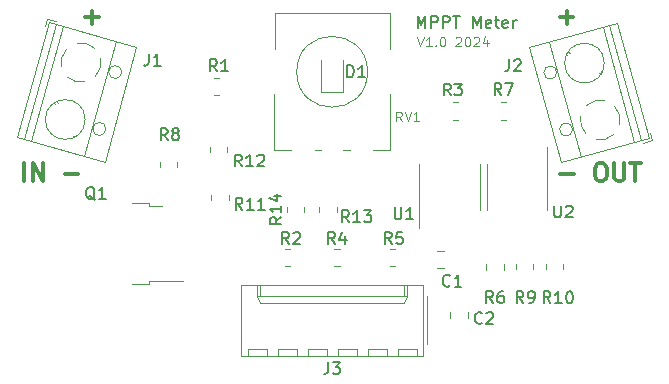
<source format=gbr>
%TF.GenerationSoftware,KiCad,Pcbnew,6.0.11-2627ca5db0~126~ubuntu22.04.1*%
%TF.CreationDate,2024-08-23T15:04:18+02:00*%
%TF.ProjectId,PowerMeTer,506f7765-724d-4655-9465-722e6b696361,rev?*%
%TF.SameCoordinates,Original*%
%TF.FileFunction,Legend,Top*%
%TF.FilePolarity,Positive*%
%FSLAX46Y46*%
G04 Gerber Fmt 4.6, Leading zero omitted, Abs format (unit mm)*
G04 Created by KiCad (PCBNEW 6.0.11-2627ca5db0~126~ubuntu22.04.1) date 2024-08-23 15:04:18*
%MOMM*%
%LPD*%
G01*
G04 APERTURE LIST*
%ADD10C,0.300000*%
%ADD11C,0.100000*%
%ADD12C,0.200000*%
%ADD13C,0.150000*%
%ADD14C,0.120000*%
G04 APERTURE END LIST*
D10*
X73944285Y-51678571D02*
X73944285Y-50178571D01*
X74658571Y-51678571D02*
X74658571Y-50178571D01*
X75515714Y-51678571D01*
X75515714Y-50178571D01*
X77372857Y-51107142D02*
X78515714Y-51107142D01*
D11*
X107202380Y-39461904D02*
X107469047Y-40261904D01*
X107735714Y-39461904D01*
X108421428Y-40261904D02*
X107964285Y-40261904D01*
X108192857Y-40261904D02*
X108192857Y-39461904D01*
X108116666Y-39576190D01*
X108040476Y-39652380D01*
X107964285Y-39690476D01*
X108764285Y-40185714D02*
X108802380Y-40223809D01*
X108764285Y-40261904D01*
X108726190Y-40223809D01*
X108764285Y-40185714D01*
X108764285Y-40261904D01*
X109297619Y-39461904D02*
X109373809Y-39461904D01*
X109450000Y-39500000D01*
X109488095Y-39538095D01*
X109526190Y-39614285D01*
X109564285Y-39766666D01*
X109564285Y-39957142D01*
X109526190Y-40109523D01*
X109488095Y-40185714D01*
X109450000Y-40223809D01*
X109373809Y-40261904D01*
X109297619Y-40261904D01*
X109221428Y-40223809D01*
X109183333Y-40185714D01*
X109145238Y-40109523D01*
X109107142Y-39957142D01*
X109107142Y-39766666D01*
X109145238Y-39614285D01*
X109183333Y-39538095D01*
X109221428Y-39500000D01*
X109297619Y-39461904D01*
X110478571Y-39538095D02*
X110516666Y-39500000D01*
X110592857Y-39461904D01*
X110783333Y-39461904D01*
X110859523Y-39500000D01*
X110897619Y-39538095D01*
X110935714Y-39614285D01*
X110935714Y-39690476D01*
X110897619Y-39804761D01*
X110440476Y-40261904D01*
X110935714Y-40261904D01*
X111430952Y-39461904D02*
X111507142Y-39461904D01*
X111583333Y-39500000D01*
X111621428Y-39538095D01*
X111659523Y-39614285D01*
X111697619Y-39766666D01*
X111697619Y-39957142D01*
X111659523Y-40109523D01*
X111621428Y-40185714D01*
X111583333Y-40223809D01*
X111507142Y-40261904D01*
X111430952Y-40261904D01*
X111354761Y-40223809D01*
X111316666Y-40185714D01*
X111278571Y-40109523D01*
X111240476Y-39957142D01*
X111240476Y-39766666D01*
X111278571Y-39614285D01*
X111316666Y-39538095D01*
X111354761Y-39500000D01*
X111430952Y-39461904D01*
X112002380Y-39538095D02*
X112040476Y-39500000D01*
X112116666Y-39461904D01*
X112307142Y-39461904D01*
X112383333Y-39500000D01*
X112421428Y-39538095D01*
X112459523Y-39614285D01*
X112459523Y-39690476D01*
X112421428Y-39804761D01*
X111964285Y-40261904D01*
X112459523Y-40261904D01*
X113145238Y-39728571D02*
X113145238Y-40261904D01*
X112954761Y-39423809D02*
X112764285Y-39995238D01*
X113259523Y-39995238D01*
D10*
X79108571Y-37807142D02*
X80251428Y-37807142D01*
X79680000Y-38378571D02*
X79680000Y-37235714D01*
D12*
X107230952Y-38702380D02*
X107230952Y-37702380D01*
X107564285Y-38416666D01*
X107897619Y-37702380D01*
X107897619Y-38702380D01*
X108373809Y-38702380D02*
X108373809Y-37702380D01*
X108754761Y-37702380D01*
X108850000Y-37750000D01*
X108897619Y-37797619D01*
X108945238Y-37892857D01*
X108945238Y-38035714D01*
X108897619Y-38130952D01*
X108850000Y-38178571D01*
X108754761Y-38226190D01*
X108373809Y-38226190D01*
X109373809Y-38702380D02*
X109373809Y-37702380D01*
X109754761Y-37702380D01*
X109850000Y-37750000D01*
X109897619Y-37797619D01*
X109945238Y-37892857D01*
X109945238Y-38035714D01*
X109897619Y-38130952D01*
X109850000Y-38178571D01*
X109754761Y-38226190D01*
X109373809Y-38226190D01*
X110230952Y-37702380D02*
X110802380Y-37702380D01*
X110516666Y-38702380D02*
X110516666Y-37702380D01*
X111897619Y-38702380D02*
X111897619Y-37702380D01*
X112230952Y-38416666D01*
X112564285Y-37702380D01*
X112564285Y-38702380D01*
X113421428Y-38654761D02*
X113326190Y-38702380D01*
X113135714Y-38702380D01*
X113040476Y-38654761D01*
X112992857Y-38559523D01*
X112992857Y-38178571D01*
X113040476Y-38083333D01*
X113135714Y-38035714D01*
X113326190Y-38035714D01*
X113421428Y-38083333D01*
X113469047Y-38178571D01*
X113469047Y-38273809D01*
X112992857Y-38369047D01*
X113754761Y-38035714D02*
X114135714Y-38035714D01*
X113897619Y-37702380D02*
X113897619Y-38559523D01*
X113945238Y-38654761D01*
X114040476Y-38702380D01*
X114135714Y-38702380D01*
X114850000Y-38654761D02*
X114754761Y-38702380D01*
X114564285Y-38702380D01*
X114469047Y-38654761D01*
X114421428Y-38559523D01*
X114421428Y-38178571D01*
X114469047Y-38083333D01*
X114564285Y-38035714D01*
X114754761Y-38035714D01*
X114850000Y-38083333D01*
X114897619Y-38178571D01*
X114897619Y-38273809D01*
X114421428Y-38369047D01*
X115326190Y-38702380D02*
X115326190Y-38035714D01*
X115326190Y-38226190D02*
X115373809Y-38130952D01*
X115421428Y-38083333D01*
X115516666Y-38035714D01*
X115611904Y-38035714D01*
D10*
X119324285Y-51107142D02*
X120467142Y-51107142D01*
X122610000Y-50178571D02*
X122895714Y-50178571D01*
X123038571Y-50250000D01*
X123181428Y-50392857D01*
X123252857Y-50678571D01*
X123252857Y-51178571D01*
X123181428Y-51464285D01*
X123038571Y-51607142D01*
X122895714Y-51678571D01*
X122610000Y-51678571D01*
X122467142Y-51607142D01*
X122324285Y-51464285D01*
X122252857Y-51178571D01*
X122252857Y-50678571D01*
X122324285Y-50392857D01*
X122467142Y-50250000D01*
X122610000Y-50178571D01*
X123895714Y-50178571D02*
X123895714Y-51392857D01*
X123967142Y-51535714D01*
X124038571Y-51607142D01*
X124181428Y-51678571D01*
X124467142Y-51678571D01*
X124610000Y-51607142D01*
X124681428Y-51535714D01*
X124752857Y-51392857D01*
X124752857Y-50178571D01*
X125252857Y-50178571D02*
X126110000Y-50178571D01*
X125681428Y-51678571D02*
X125681428Y-50178571D01*
X119288571Y-37807142D02*
X120431428Y-37807142D01*
X119860000Y-38378571D02*
X119860000Y-37235714D01*
D13*
%TO.C,J2*%
X114971900Y-41375310D02*
X114978133Y-42089569D01*
X114931763Y-42232836D01*
X114837359Y-42328901D01*
X114694923Y-42377765D01*
X114599689Y-42378596D01*
X115401286Y-41466805D02*
X115448488Y-41418772D01*
X115543307Y-41370324D01*
X115781393Y-41368246D01*
X115877043Y-41415032D01*
X115925076Y-41462234D01*
X115973524Y-41557053D01*
X115974355Y-41652287D01*
X115927985Y-41795554D01*
X115361564Y-42371948D01*
X115980589Y-42366546D01*
%TO.C,R7*%
X114333333Y-44374380D02*
X114000000Y-43898190D01*
X113761904Y-44374380D02*
X113761904Y-43374380D01*
X114142857Y-43374380D01*
X114238095Y-43422000D01*
X114285714Y-43469619D01*
X114333333Y-43564857D01*
X114333333Y-43707714D01*
X114285714Y-43802952D01*
X114238095Y-43850571D01*
X114142857Y-43898190D01*
X113761904Y-43898190D01*
X114666666Y-43374380D02*
X115333333Y-43374380D01*
X114904761Y-44374380D01*
%TO.C,J3*%
X99666666Y-67002380D02*
X99666666Y-67716666D01*
X99619047Y-67859523D01*
X99523809Y-67954761D01*
X99380952Y-68002380D01*
X99285714Y-68002380D01*
X100047619Y-67002380D02*
X100666666Y-67002380D01*
X100333333Y-67383333D01*
X100476190Y-67383333D01*
X100571428Y-67430952D01*
X100619047Y-67478571D01*
X100666666Y-67573809D01*
X100666666Y-67811904D01*
X100619047Y-67907142D01*
X100571428Y-67954761D01*
X100476190Y-68002380D01*
X100190476Y-68002380D01*
X100095238Y-67954761D01*
X100047619Y-67907142D01*
%TO.C,R2*%
X96333333Y-57002380D02*
X96000000Y-56526190D01*
X95761904Y-57002380D02*
X95761904Y-56002380D01*
X96142857Y-56002380D01*
X96238095Y-56050000D01*
X96285714Y-56097619D01*
X96333333Y-56192857D01*
X96333333Y-56335714D01*
X96285714Y-56430952D01*
X96238095Y-56478571D01*
X96142857Y-56526190D01*
X95761904Y-56526190D01*
X96714285Y-56097619D02*
X96761904Y-56050000D01*
X96857142Y-56002380D01*
X97095238Y-56002380D01*
X97190476Y-56050000D01*
X97238095Y-56097619D01*
X97285714Y-56192857D01*
X97285714Y-56288095D01*
X97238095Y-56430952D01*
X96666666Y-57002380D01*
X97285714Y-57002380D01*
%TO.C,U1*%
X105288095Y-53902380D02*
X105288095Y-54711904D01*
X105335714Y-54807142D01*
X105383333Y-54854761D01*
X105478571Y-54902380D01*
X105669047Y-54902380D01*
X105764285Y-54854761D01*
X105811904Y-54807142D01*
X105859523Y-54711904D01*
X105859523Y-53902380D01*
X106859523Y-54902380D02*
X106288095Y-54902380D01*
X106573809Y-54902380D02*
X106573809Y-53902380D01*
X106478571Y-54045238D01*
X106383333Y-54140476D01*
X106288095Y-54188095D01*
%TO.C,R1*%
X90233333Y-42372380D02*
X89900000Y-41896190D01*
X89661904Y-42372380D02*
X89661904Y-41372380D01*
X90042857Y-41372380D01*
X90138095Y-41420000D01*
X90185714Y-41467619D01*
X90233333Y-41562857D01*
X90233333Y-41705714D01*
X90185714Y-41800952D01*
X90138095Y-41848571D01*
X90042857Y-41896190D01*
X89661904Y-41896190D01*
X91185714Y-42372380D02*
X90614285Y-42372380D01*
X90900000Y-42372380D02*
X90900000Y-41372380D01*
X90804761Y-41515238D01*
X90709523Y-41610476D01*
X90614285Y-41658095D01*
%TO.C,R5*%
X105033333Y-57002380D02*
X104700000Y-56526190D01*
X104461904Y-57002380D02*
X104461904Y-56002380D01*
X104842857Y-56002380D01*
X104938095Y-56050000D01*
X104985714Y-56097619D01*
X105033333Y-56192857D01*
X105033333Y-56335714D01*
X104985714Y-56430952D01*
X104938095Y-56478571D01*
X104842857Y-56526190D01*
X104461904Y-56526190D01*
X105938095Y-56002380D02*
X105461904Y-56002380D01*
X105414285Y-56478571D01*
X105461904Y-56430952D01*
X105557142Y-56383333D01*
X105795238Y-56383333D01*
X105890476Y-56430952D01*
X105938095Y-56478571D01*
X105985714Y-56573809D01*
X105985714Y-56811904D01*
X105938095Y-56907142D01*
X105890476Y-56954761D01*
X105795238Y-57002380D01*
X105557142Y-57002380D01*
X105461904Y-56954761D01*
X105414285Y-56907142D01*
%TO.C,Q1*%
X79914761Y-53277619D02*
X79819523Y-53230000D01*
X79724285Y-53134761D01*
X79581428Y-52991904D01*
X79486190Y-52944285D01*
X79390952Y-52944285D01*
X79438571Y-53182380D02*
X79343333Y-53134761D01*
X79248095Y-53039523D01*
X79200476Y-52849047D01*
X79200476Y-52515714D01*
X79248095Y-52325238D01*
X79343333Y-52230000D01*
X79438571Y-52182380D01*
X79629047Y-52182380D01*
X79724285Y-52230000D01*
X79819523Y-52325238D01*
X79867142Y-52515714D01*
X79867142Y-52849047D01*
X79819523Y-53039523D01*
X79724285Y-53134761D01*
X79629047Y-53182380D01*
X79438571Y-53182380D01*
X80819523Y-53182380D02*
X80248095Y-53182380D01*
X80533809Y-53182380D02*
X80533809Y-52182380D01*
X80438571Y-52325238D01*
X80343333Y-52420476D01*
X80248095Y-52468095D01*
%TO.C,D1*%
X101261904Y-42870380D02*
X101261904Y-41870380D01*
X101500000Y-41870380D01*
X101642857Y-41918000D01*
X101738095Y-42013238D01*
X101785714Y-42108476D01*
X101833333Y-42298952D01*
X101833333Y-42441809D01*
X101785714Y-42632285D01*
X101738095Y-42727523D01*
X101642857Y-42822761D01*
X101500000Y-42870380D01*
X101261904Y-42870380D01*
X102785714Y-42870380D02*
X102214285Y-42870380D01*
X102500000Y-42870380D02*
X102500000Y-41870380D01*
X102404761Y-42013238D01*
X102309523Y-42108476D01*
X102214285Y-42156095D01*
%TO.C,C2*%
X112683333Y-63657142D02*
X112635714Y-63704761D01*
X112492857Y-63752380D01*
X112397619Y-63752380D01*
X112254761Y-63704761D01*
X112159523Y-63609523D01*
X112111904Y-63514285D01*
X112064285Y-63323809D01*
X112064285Y-63180952D01*
X112111904Y-62990476D01*
X112159523Y-62895238D01*
X112254761Y-62800000D01*
X112397619Y-62752380D01*
X112492857Y-62752380D01*
X112635714Y-62800000D01*
X112683333Y-62847619D01*
X113064285Y-62847619D02*
X113111904Y-62800000D01*
X113207142Y-62752380D01*
X113445238Y-62752380D01*
X113540476Y-62800000D01*
X113588095Y-62847619D01*
X113635714Y-62942857D01*
X113635714Y-63038095D01*
X113588095Y-63180952D01*
X113016666Y-63752380D01*
X113635714Y-63752380D01*
%TO.C,R13*%
X101417142Y-55152380D02*
X101083809Y-54676190D01*
X100845714Y-55152380D02*
X100845714Y-54152380D01*
X101226666Y-54152380D01*
X101321904Y-54200000D01*
X101369523Y-54247619D01*
X101417142Y-54342857D01*
X101417142Y-54485714D01*
X101369523Y-54580952D01*
X101321904Y-54628571D01*
X101226666Y-54676190D01*
X100845714Y-54676190D01*
X102369523Y-55152380D02*
X101798095Y-55152380D01*
X102083809Y-55152380D02*
X102083809Y-54152380D01*
X101988571Y-54295238D01*
X101893333Y-54390476D01*
X101798095Y-54438095D01*
X102702857Y-54152380D02*
X103321904Y-54152380D01*
X102988571Y-54533333D01*
X103131428Y-54533333D01*
X103226666Y-54580952D01*
X103274285Y-54628571D01*
X103321904Y-54723809D01*
X103321904Y-54961904D01*
X103274285Y-55057142D01*
X103226666Y-55104761D01*
X103131428Y-55152380D01*
X102845714Y-55152380D01*
X102750476Y-55104761D01*
X102702857Y-55057142D01*
%TO.C,U2*%
X118788095Y-53752380D02*
X118788095Y-54561904D01*
X118835714Y-54657142D01*
X118883333Y-54704761D01*
X118978571Y-54752380D01*
X119169047Y-54752380D01*
X119264285Y-54704761D01*
X119311904Y-54657142D01*
X119359523Y-54561904D01*
X119359523Y-53752380D01*
X119788095Y-53847619D02*
X119835714Y-53800000D01*
X119930952Y-53752380D01*
X120169047Y-53752380D01*
X120264285Y-53800000D01*
X120311904Y-53847619D01*
X120359523Y-53942857D01*
X120359523Y-54038095D01*
X120311904Y-54180952D01*
X119740476Y-54752380D01*
X120359523Y-54752380D01*
%TO.C,R6*%
X113613333Y-61982380D02*
X113280000Y-61506190D01*
X113041904Y-61982380D02*
X113041904Y-60982380D01*
X113422857Y-60982380D01*
X113518095Y-61030000D01*
X113565714Y-61077619D01*
X113613333Y-61172857D01*
X113613333Y-61315714D01*
X113565714Y-61410952D01*
X113518095Y-61458571D01*
X113422857Y-61506190D01*
X113041904Y-61506190D01*
X114470476Y-60982380D02*
X114280000Y-60982380D01*
X114184761Y-61030000D01*
X114137142Y-61077619D01*
X114041904Y-61220476D01*
X113994285Y-61410952D01*
X113994285Y-61791904D01*
X114041904Y-61887142D01*
X114089523Y-61934761D01*
X114184761Y-61982380D01*
X114375238Y-61982380D01*
X114470476Y-61934761D01*
X114518095Y-61887142D01*
X114565714Y-61791904D01*
X114565714Y-61553809D01*
X114518095Y-61458571D01*
X114470476Y-61410952D01*
X114375238Y-61363333D01*
X114184761Y-61363333D01*
X114089523Y-61410952D01*
X114041904Y-61458571D01*
X113994285Y-61553809D01*
%TO.C,R3*%
X110023333Y-44424380D02*
X109690000Y-43948190D01*
X109451904Y-44424380D02*
X109451904Y-43424380D01*
X109832857Y-43424380D01*
X109928095Y-43472000D01*
X109975714Y-43519619D01*
X110023333Y-43614857D01*
X110023333Y-43757714D01*
X109975714Y-43852952D01*
X109928095Y-43900571D01*
X109832857Y-43948190D01*
X109451904Y-43948190D01*
X110356666Y-43424380D02*
X110975714Y-43424380D01*
X110642380Y-43805333D01*
X110785238Y-43805333D01*
X110880476Y-43852952D01*
X110928095Y-43900571D01*
X110975714Y-43995809D01*
X110975714Y-44233904D01*
X110928095Y-44329142D01*
X110880476Y-44376761D01*
X110785238Y-44424380D01*
X110499523Y-44424380D01*
X110404285Y-44376761D01*
X110356666Y-44329142D01*
%TO.C,R4*%
X100233333Y-57002380D02*
X99900000Y-56526190D01*
X99661904Y-57002380D02*
X99661904Y-56002380D01*
X100042857Y-56002380D01*
X100138095Y-56050000D01*
X100185714Y-56097619D01*
X100233333Y-56192857D01*
X100233333Y-56335714D01*
X100185714Y-56430952D01*
X100138095Y-56478571D01*
X100042857Y-56526190D01*
X99661904Y-56526190D01*
X101090476Y-56335714D02*
X101090476Y-57002380D01*
X100852380Y-55954761D02*
X100614285Y-56669047D01*
X101233333Y-56669047D01*
%TO.C,R14*%
X95702380Y-54712857D02*
X95226190Y-55046190D01*
X95702380Y-55284285D02*
X94702380Y-55284285D01*
X94702380Y-54903333D01*
X94750000Y-54808095D01*
X94797619Y-54760476D01*
X94892857Y-54712857D01*
X95035714Y-54712857D01*
X95130952Y-54760476D01*
X95178571Y-54808095D01*
X95226190Y-54903333D01*
X95226190Y-55284285D01*
X95702380Y-53760476D02*
X95702380Y-54331904D01*
X95702380Y-54046190D02*
X94702380Y-54046190D01*
X94845238Y-54141428D01*
X94940476Y-54236666D01*
X94988095Y-54331904D01*
X95035714Y-52903333D02*
X95702380Y-52903333D01*
X94654761Y-53141428D02*
X95369047Y-53379523D01*
X95369047Y-52760476D01*
%TO.C,R8*%
X86063333Y-48212380D02*
X85730000Y-47736190D01*
X85491904Y-48212380D02*
X85491904Y-47212380D01*
X85872857Y-47212380D01*
X85968095Y-47260000D01*
X86015714Y-47307619D01*
X86063333Y-47402857D01*
X86063333Y-47545714D01*
X86015714Y-47640952D01*
X85968095Y-47688571D01*
X85872857Y-47736190D01*
X85491904Y-47736190D01*
X86634761Y-47640952D02*
X86539523Y-47593333D01*
X86491904Y-47545714D01*
X86444285Y-47450476D01*
X86444285Y-47402857D01*
X86491904Y-47307619D01*
X86539523Y-47260000D01*
X86634761Y-47212380D01*
X86825238Y-47212380D01*
X86920476Y-47260000D01*
X86968095Y-47307619D01*
X87015714Y-47402857D01*
X87015714Y-47450476D01*
X86968095Y-47545714D01*
X86920476Y-47593333D01*
X86825238Y-47640952D01*
X86634761Y-47640952D01*
X86539523Y-47688571D01*
X86491904Y-47736190D01*
X86444285Y-47831428D01*
X86444285Y-48021904D01*
X86491904Y-48117142D01*
X86539523Y-48164761D01*
X86634761Y-48212380D01*
X86825238Y-48212380D01*
X86920476Y-48164761D01*
X86968095Y-48117142D01*
X87015714Y-48021904D01*
X87015714Y-47831428D01*
X86968095Y-47736190D01*
X86920476Y-47688571D01*
X86825238Y-47640952D01*
%TO.C,R11*%
X92397142Y-54092380D02*
X92063809Y-53616190D01*
X91825714Y-54092380D02*
X91825714Y-53092380D01*
X92206666Y-53092380D01*
X92301904Y-53140000D01*
X92349523Y-53187619D01*
X92397142Y-53282857D01*
X92397142Y-53425714D01*
X92349523Y-53520952D01*
X92301904Y-53568571D01*
X92206666Y-53616190D01*
X91825714Y-53616190D01*
X93349523Y-54092380D02*
X92778095Y-54092380D01*
X93063809Y-54092380D02*
X93063809Y-53092380D01*
X92968571Y-53235238D01*
X92873333Y-53330476D01*
X92778095Y-53378095D01*
X94301904Y-54092380D02*
X93730476Y-54092380D01*
X94016190Y-54092380D02*
X94016190Y-53092380D01*
X93920952Y-53235238D01*
X93825714Y-53330476D01*
X93730476Y-53378095D01*
%TO.C,C1*%
X109983333Y-60504342D02*
X109935714Y-60551961D01*
X109792857Y-60599580D01*
X109697619Y-60599580D01*
X109554761Y-60551961D01*
X109459523Y-60456723D01*
X109411904Y-60361485D01*
X109364285Y-60171009D01*
X109364285Y-60028152D01*
X109411904Y-59837676D01*
X109459523Y-59742438D01*
X109554761Y-59647200D01*
X109697619Y-59599580D01*
X109792857Y-59599580D01*
X109935714Y-59647200D01*
X109983333Y-59694819D01*
X110935714Y-60599580D02*
X110364285Y-60599580D01*
X110650000Y-60599580D02*
X110650000Y-59599580D01*
X110554761Y-59742438D01*
X110459523Y-59837676D01*
X110364285Y-59885295D01*
D14*
%TO.C,RV1*%
X105903809Y-46591904D02*
X105637142Y-46210952D01*
X105446666Y-46591904D02*
X105446666Y-45791904D01*
X105751428Y-45791904D01*
X105827619Y-45830000D01*
X105865714Y-45868095D01*
X105903809Y-45944285D01*
X105903809Y-46058571D01*
X105865714Y-46134761D01*
X105827619Y-46172857D01*
X105751428Y-46210952D01*
X105446666Y-46210952D01*
X106132380Y-45791904D02*
X106399047Y-46591904D01*
X106665714Y-45791904D01*
X107351428Y-46591904D02*
X106894285Y-46591904D01*
X107122857Y-46591904D02*
X107122857Y-45791904D01*
X107046666Y-45906190D01*
X106970476Y-45982380D01*
X106894285Y-46020476D01*
D13*
%TO.C,R12*%
X92347142Y-50432380D02*
X92013809Y-49956190D01*
X91775714Y-50432380D02*
X91775714Y-49432380D01*
X92156666Y-49432380D01*
X92251904Y-49480000D01*
X92299523Y-49527619D01*
X92347142Y-49622857D01*
X92347142Y-49765714D01*
X92299523Y-49860952D01*
X92251904Y-49908571D01*
X92156666Y-49956190D01*
X91775714Y-49956190D01*
X93299523Y-50432380D02*
X92728095Y-50432380D01*
X93013809Y-50432380D02*
X93013809Y-49432380D01*
X92918571Y-49575238D01*
X92823333Y-49670476D01*
X92728095Y-49718095D01*
X93680476Y-49527619D02*
X93728095Y-49480000D01*
X93823333Y-49432380D01*
X94061428Y-49432380D01*
X94156666Y-49480000D01*
X94204285Y-49527619D01*
X94251904Y-49622857D01*
X94251904Y-49718095D01*
X94204285Y-49860952D01*
X93632857Y-50432380D01*
X94251904Y-50432380D01*
%TO.C,R10*%
X118487142Y-62002380D02*
X118153809Y-61526190D01*
X117915714Y-62002380D02*
X117915714Y-61002380D01*
X118296666Y-61002380D01*
X118391904Y-61050000D01*
X118439523Y-61097619D01*
X118487142Y-61192857D01*
X118487142Y-61335714D01*
X118439523Y-61430952D01*
X118391904Y-61478571D01*
X118296666Y-61526190D01*
X117915714Y-61526190D01*
X119439523Y-62002380D02*
X118868095Y-62002380D01*
X119153809Y-62002380D02*
X119153809Y-61002380D01*
X119058571Y-61145238D01*
X118963333Y-61240476D01*
X118868095Y-61288095D01*
X120058571Y-61002380D02*
X120153809Y-61002380D01*
X120249047Y-61050000D01*
X120296666Y-61097619D01*
X120344285Y-61192857D01*
X120391904Y-61383333D01*
X120391904Y-61621428D01*
X120344285Y-61811904D01*
X120296666Y-61907142D01*
X120249047Y-61954761D01*
X120153809Y-62002380D01*
X120058571Y-62002380D01*
X119963333Y-61954761D01*
X119915714Y-61907142D01*
X119868095Y-61811904D01*
X119820476Y-61621428D01*
X119820476Y-61383333D01*
X119868095Y-61192857D01*
X119915714Y-61097619D01*
X119963333Y-61050000D01*
X120058571Y-61002380D01*
%TO.C,R9*%
X116183333Y-61982380D02*
X115850000Y-61506190D01*
X115611904Y-61982380D02*
X115611904Y-60982380D01*
X115992857Y-60982380D01*
X116088095Y-61030000D01*
X116135714Y-61077619D01*
X116183333Y-61172857D01*
X116183333Y-61315714D01*
X116135714Y-61410952D01*
X116088095Y-61458571D01*
X115992857Y-61506190D01*
X115611904Y-61506190D01*
X116659523Y-61982380D02*
X116850000Y-61982380D01*
X116945238Y-61934761D01*
X116992857Y-61887142D01*
X117088095Y-61744285D01*
X117135714Y-61553809D01*
X117135714Y-61172857D01*
X117088095Y-61077619D01*
X117040476Y-61030000D01*
X116945238Y-60982380D01*
X116754761Y-60982380D01*
X116659523Y-61030000D01*
X116611904Y-61077619D01*
X116564285Y-61172857D01*
X116564285Y-61410952D01*
X116611904Y-61506190D01*
X116659523Y-61553809D01*
X116754761Y-61601428D01*
X116945238Y-61601428D01*
X117040476Y-61553809D01*
X117088095Y-61506190D01*
X117135714Y-61410952D01*
%TO.C,J1*%
X84481458Y-40889492D02*
X84475224Y-41603751D01*
X84426361Y-41746187D01*
X84330295Y-41840590D01*
X84187028Y-41886961D01*
X84091793Y-41886130D01*
X85472693Y-41898181D02*
X84901286Y-41893194D01*
X85186990Y-41895688D02*
X85195716Y-40895726D01*
X85099235Y-41037746D01*
X85003170Y-41132150D01*
X84907519Y-41178936D01*
D14*
%TO.C,J2*%
X122802679Y-42330153D02*
X122874336Y-42371507D01*
X126812803Y-48015258D02*
X124108351Y-38263318D01*
X122616838Y-42558107D02*
X122731576Y-42623835D01*
X119372613Y-50078606D02*
X126812803Y-48015258D01*
X125597665Y-48352246D02*
X122893213Y-38600306D01*
X126297799Y-48407140D02*
X127107248Y-48182659D01*
X119846419Y-40991492D02*
X119919040Y-41032579D01*
X119990143Y-40738897D02*
X120104881Y-40804625D01*
X119372613Y-50078606D02*
X116668160Y-40326665D01*
X116668160Y-40326665D02*
X124108351Y-38263318D01*
X127107248Y-48182659D02*
X126946905Y-47604481D01*
X121068602Y-49608266D02*
X118364150Y-39856326D01*
X126175844Y-48191903D02*
X123471391Y-38439962D01*
X124316084Y-46051040D02*
G75*
G03*
X123915814Y-45343565I-1618899J-448960D01*
G01*
X124338064Y-46863723D02*
G75*
G03*
X124308666Y-46022605I-1640874J363722D01*
G01*
X121056306Y-46136277D02*
G75*
G03*
X121478078Y-47656959I1640874J-363724D01*
G01*
X122333462Y-48140879D02*
G75*
G03*
X123854144Y-47719107I363724J1640874D01*
G01*
X123060908Y-44859122D02*
G75*
G03*
X121540226Y-45280893I-363723J-1640878D01*
G01*
X123040993Y-41681848D02*
G75*
G03*
X123040993Y-41681848I-1680000J0D01*
G01*
X119020102Y-42483563D02*
G75*
G03*
X119020102Y-42483563I-550000J0D01*
G01*
X120356294Y-47301715D02*
G75*
G03*
X120356294Y-47301715I-550000J0D01*
G01*
%TO.C,R7*%
X114736064Y-46485000D02*
X114281936Y-46485000D01*
X114736064Y-45015000D02*
X114281936Y-45015000D01*
%TO.C,J3*%
X94450000Y-65860000D02*
X92850000Y-65860000D01*
X105550000Y-65860000D02*
X105550000Y-66460000D01*
X93900000Y-60440000D02*
X93900000Y-61440000D01*
X106350000Y-60440000D02*
X106350000Y-61440000D01*
X102070000Y-65860000D02*
X100470000Y-65860000D01*
X95390000Y-65860000D02*
X95390000Y-66460000D01*
X93900000Y-61970000D02*
X93650000Y-61440000D01*
X99530000Y-66460000D02*
X99530000Y-65860000D01*
X92850000Y-65860000D02*
X92850000Y-66460000D01*
X107730000Y-66460000D02*
X107730000Y-60440000D01*
X92270000Y-66460000D02*
X107730000Y-66460000D01*
X107150000Y-66460000D02*
X107150000Y-65860000D01*
X100470000Y-65860000D02*
X100470000Y-66460000D01*
X106100000Y-61970000D02*
X93900000Y-61970000D01*
X93650000Y-61440000D02*
X93650000Y-60440000D01*
X108020000Y-65430000D02*
X108020000Y-61430000D01*
X94450000Y-66460000D02*
X94450000Y-65860000D01*
X96990000Y-65860000D02*
X95390000Y-65860000D01*
X106100000Y-60440000D02*
X106100000Y-61440000D01*
X107150000Y-65860000D02*
X105550000Y-65860000D01*
X104610000Y-65860000D02*
X103010000Y-65860000D01*
X106350000Y-61440000D02*
X106100000Y-61970000D01*
X106350000Y-61440000D02*
X93650000Y-61440000D01*
X99530000Y-65860000D02*
X97930000Y-65860000D01*
X107730000Y-60440000D02*
X92270000Y-60440000D01*
X96990000Y-66460000D02*
X96990000Y-65860000D01*
X92270000Y-60440000D02*
X92270000Y-66460000D01*
X104610000Y-66460000D02*
X104610000Y-65860000D01*
X97930000Y-65860000D02*
X97930000Y-66460000D01*
X102070000Y-66460000D02*
X102070000Y-65860000D01*
X103010000Y-65860000D02*
X103010000Y-66460000D01*
%TO.C,R2*%
X95993936Y-58901000D02*
X96448064Y-58901000D01*
X95993936Y-57431000D02*
X96448064Y-57431000D01*
%TO.C,U1*%
X112510000Y-52200000D02*
X112510000Y-50250000D01*
X107390000Y-52200000D02*
X107390000Y-50250000D01*
X107390000Y-52200000D02*
X107390000Y-55650000D01*
X112510000Y-52200000D02*
X112510000Y-54150000D01*
%TO.C,R1*%
X89982936Y-44425000D02*
X90437064Y-44425000D01*
X89982936Y-42955000D02*
X90437064Y-42955000D01*
%TO.C,R5*%
X105338064Y-57431000D02*
X104883936Y-57431000D01*
X105338064Y-58901000D02*
X104883936Y-58901000D01*
%TO.C,Q1*%
X84530000Y-53770000D02*
X85630000Y-53770000D01*
X84530000Y-53500000D02*
X84530000Y-53770000D01*
X84530000Y-60400000D02*
X84530000Y-60130000D01*
X83030000Y-60400000D02*
X84530000Y-60400000D01*
X83030000Y-53500000D02*
X84530000Y-53500000D01*
X84530000Y-60130000D02*
X87360000Y-60130000D01*
%TO.C,D1*%
X100960000Y-44103000D02*
X100960000Y-41418000D01*
X99040000Y-44103000D02*
X100960000Y-44103000D01*
X99040000Y-41418000D02*
X99040000Y-44103000D01*
%TO.C,C2*%
X111485000Y-62738748D02*
X111485000Y-63261252D01*
X110015000Y-62738748D02*
X110015000Y-63261252D01*
%TO.C,R13*%
X100375000Y-53842936D02*
X100375000Y-54297064D01*
X98905000Y-53842936D02*
X98905000Y-54297064D01*
%TO.C,U2*%
X113090000Y-52200000D02*
X113090000Y-50250000D01*
X113090000Y-52200000D02*
X113090000Y-54150000D01*
X118210000Y-52200000D02*
X118210000Y-54150000D01*
X118210000Y-52200000D02*
X118210000Y-48750000D01*
%TO.C,R6*%
X113055000Y-59167064D02*
X113055000Y-58712936D01*
X114525000Y-59167064D02*
X114525000Y-58712936D01*
%TO.C,R3*%
X110194436Y-45015000D02*
X110648564Y-45015000D01*
X110194436Y-46485000D02*
X110648564Y-46485000D01*
%TO.C,R4*%
X100639064Y-57431000D02*
X100184936Y-57431000D01*
X100639064Y-58901000D02*
X100184936Y-58901000D01*
%TO.C,R14*%
X97635000Y-54297064D02*
X97635000Y-53842936D01*
X96165000Y-54297064D02*
X96165000Y-53842936D01*
%TO.C,R8*%
X86895000Y-50517064D02*
X86895000Y-50062936D01*
X85425000Y-50517064D02*
X85425000Y-50062936D01*
%TO.C,R11*%
X91241000Y-52811936D02*
X91241000Y-53266064D01*
X89771000Y-52811936D02*
X89771000Y-53266064D01*
%TO.C,C1*%
X108913748Y-59028000D02*
X109436252Y-59028000D01*
X108913748Y-57558000D02*
X109436252Y-57558000D01*
%TO.C,RV1*%
X99045000Y-49038000D02*
X98515000Y-49038000D01*
X95130000Y-40508000D02*
X95130000Y-37448000D01*
X104870000Y-37448000D02*
X95130000Y-37448000D01*
X104870000Y-40508000D02*
X104870000Y-37448000D01*
X95120000Y-49038000D02*
X95120000Y-44318000D01*
X104870000Y-49038000D02*
X103480000Y-49038000D01*
X101550000Y-49038000D02*
X100940000Y-49038000D01*
X96480000Y-49038000D02*
X95130000Y-49038000D01*
X104870000Y-49038000D02*
X104870000Y-44318000D01*
D11*
X103000000Y-42418000D02*
G75*
G03*
X103000000Y-42418000I-3000000J0D01*
G01*
D14*
%TO.C,R12*%
X91114000Y-48771436D02*
X91114000Y-49225564D01*
X89644000Y-48771436D02*
X89644000Y-49225564D01*
%TO.C,R10*%
X119562000Y-59155064D02*
X119562000Y-58700936D01*
X118092000Y-59155064D02*
X118092000Y-58700936D01*
%TO.C,R9*%
X117022000Y-59155064D02*
X117022000Y-58700936D01*
X115552000Y-59155064D02*
X115552000Y-58700936D01*
%TO.C,J1*%
X81736843Y-39814478D02*
X79032391Y-49566418D01*
X83432833Y-40284818D02*
X80728381Y-50036758D01*
X75992642Y-38221470D02*
X73288190Y-47973410D01*
X76629602Y-38398115D02*
X73925150Y-48150055D01*
X77207780Y-38558458D02*
X74503328Y-48310398D01*
X76635921Y-38150809D02*
X75826472Y-37926329D01*
X76778646Y-45060244D02*
X76714149Y-44944809D01*
X78346492Y-47829966D02*
X78305405Y-47757345D01*
X83432833Y-40284818D02*
X75992642Y-38221470D01*
X76501944Y-45159924D02*
X76461821Y-45087570D01*
X75826472Y-37926329D02*
X75666129Y-38504507D01*
X78093200Y-47972459D02*
X78028703Y-47857024D01*
X80728381Y-50036758D02*
X73288190Y-47973410D01*
X77121101Y-41191040D02*
G75*
G03*
X77099823Y-42003618I1618899J-448960D01*
G01*
X77583114Y-42859177D02*
G75*
G03*
X79103821Y-43280857I1156886J1219177D01*
G01*
X79959177Y-42796886D02*
G75*
G03*
X80380857Y-41276179I-1219172J1156885D01*
G01*
X79896886Y-40420823D02*
G75*
G03*
X78376179Y-39999143I-1156885J-1219172D01*
G01*
X77520823Y-40483114D02*
G75*
G03*
X77112815Y-41219234I1219173J-1156883D01*
G01*
X80844699Y-47259867D02*
G75*
G03*
X80844699Y-47259867I-550000J0D01*
G01*
X82180891Y-42441715D02*
G75*
G03*
X82180891Y-42441715I-550000J0D01*
G01*
X79083808Y-46458152D02*
G75*
G03*
X79083808Y-46458152I-1680000J0D01*
G01*
%TD*%
M02*

</source>
